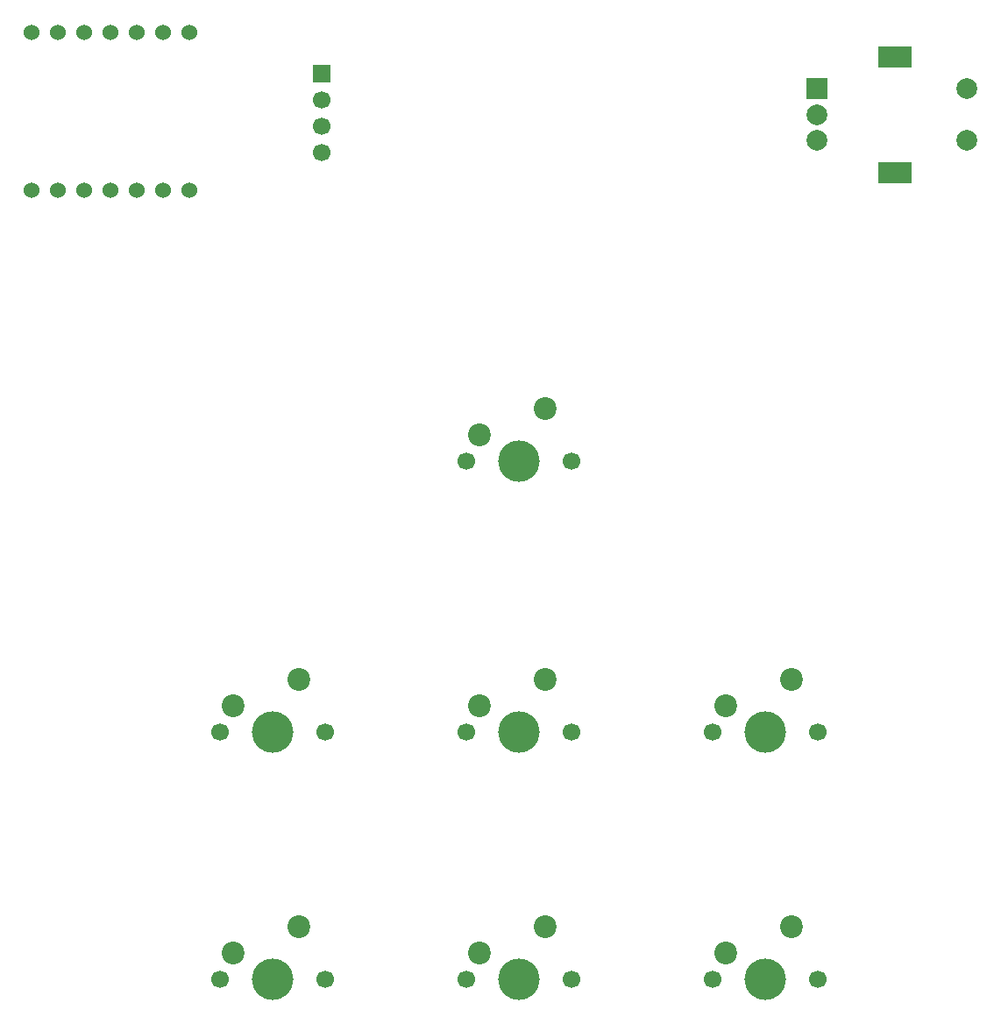
<source format=gbr>
%TF.GenerationSoftware,KiCad,Pcbnew,9.0.6*%
%TF.CreationDate,2025-11-29T00:05:12+05:00*%
%TF.ProjectId,_autosave-hackpad,5f617574-6f73-4617-9665-2d6861636b70,rev?*%
%TF.SameCoordinates,Original*%
%TF.FileFunction,Soldermask,Bot*%
%TF.FilePolarity,Negative*%
%FSLAX46Y46*%
G04 Gerber Fmt 4.6, Leading zero omitted, Abs format (unit mm)*
G04 Created by KiCad (PCBNEW 9.0.6) date 2025-11-29 00:05:12*
%MOMM*%
%LPD*%
G01*
G04 APERTURE LIST*
%ADD10C,1.700000*%
%ADD11R,1.700000X1.700000*%
%ADD12C,4.000000*%
%ADD13C,2.200000*%
%ADD14C,1.524000*%
%ADD15R,2.000000X2.000000*%
%ADD16C,2.000000*%
%ADD17R,3.200000X2.000000*%
G04 APERTURE END LIST*
D10*
%TO.C,VCC1*%
X119062500Y-60722500D03*
X119062500Y-58182500D03*
X119062500Y-55642500D03*
D11*
X119062500Y-53102500D03*
%TD*%
D10*
%TO.C,SW6*%
X156845000Y-140493750D03*
D12*
X161925000Y-140493750D03*
D10*
X167005000Y-140493750D03*
D13*
X164465000Y-135413750D03*
X158115000Y-137953750D03*
%TD*%
D10*
%TO.C,SW3*%
X156845000Y-116681250D03*
D12*
X161925000Y-116681250D03*
D10*
X167005000Y-116681250D03*
D13*
X164465000Y-111601250D03*
X158115000Y-114141250D03*
%TD*%
D10*
%TO.C,SW4*%
X109220000Y-140493750D03*
D12*
X114300000Y-140493750D03*
D10*
X119380000Y-140493750D03*
D13*
X116840000Y-135413750D03*
X110490000Y-137953750D03*
%TD*%
D14*
%TO.C,U1*%
X91048500Y-49080000D03*
X93588500Y-49080000D03*
X96128500Y-49080000D03*
X98668500Y-49080000D03*
X101208500Y-49080000D03*
X103748500Y-49080000D03*
X106288500Y-49080000D03*
X106288500Y-64320000D03*
X103748500Y-64320000D03*
X101208500Y-64320000D03*
X98668500Y-64320000D03*
X96128500Y-64320000D03*
X93588500Y-64320000D03*
X91048500Y-64320000D03*
%TD*%
D15*
%TO.C,ENC1*%
X166898750Y-54531250D03*
D16*
X166898750Y-59531250D03*
X166898750Y-57031250D03*
D17*
X174398750Y-51431250D03*
X174398750Y-62631250D03*
D16*
X181398750Y-59531250D03*
X181398750Y-54531250D03*
%TD*%
D10*
%TO.C,SW2*%
X133032500Y-116681250D03*
D12*
X138112500Y-116681250D03*
D10*
X143192500Y-116681250D03*
D13*
X140652500Y-111601250D03*
X134302500Y-114141250D03*
%TD*%
D10*
%TO.C,SW1*%
X109220000Y-116681250D03*
D12*
X114300000Y-116681250D03*
D10*
X119380000Y-116681250D03*
D13*
X116840000Y-111601250D03*
X110490000Y-114141250D03*
%TD*%
D10*
%TO.C,SW7*%
X133032500Y-90487500D03*
D12*
X138112500Y-90487500D03*
D10*
X143192500Y-90487500D03*
D13*
X140652500Y-85407500D03*
X134302500Y-87947500D03*
%TD*%
D10*
%TO.C,SW5*%
X133032500Y-140493750D03*
D12*
X138112500Y-140493750D03*
D10*
X143192500Y-140493750D03*
D13*
X140652500Y-135413750D03*
X134302500Y-137953750D03*
%TD*%
M02*

</source>
